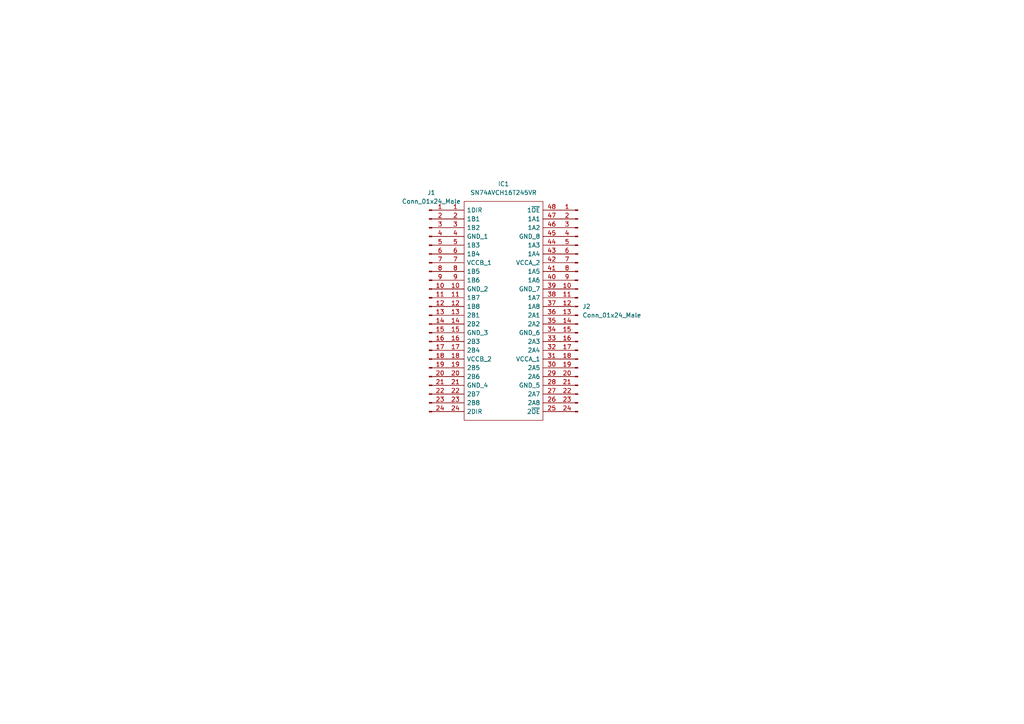
<source format=kicad_sch>
(kicad_sch (version 20211123) (generator eeschema)
  (paper "A4")
  (lib_symbols
    (symbol "Connector:Conn_01x24_Male" (pin_names (offset 1.016) hide)
      (property "Reference" "J" (at 0 30.48 0))
      (property "Value" "Conn_01x24_Male" (at 0 -33.02 0))
      (symbol "Conn_01x24_Male_1_1"
        (polyline (pts (xy 1.27 -30.48) (xy 0.8636 -30.48)) (stroke (width 0.1524)))
        (polyline (pts (xy 1.27 -27.94) (xy 0.8636 -27.94)) (stroke (width 0.1524)))
        (polyline (pts (xy 1.27 -25.4) (xy 0.8636 -25.4)) (stroke (width 0.1524)))
        (polyline (pts (xy 1.27 -22.86) (xy 0.8636 -22.86)) (stroke (width 0.1524)))
        (polyline (pts (xy 1.27 -20.32) (xy 0.8636 -20.32)) (stroke (width 0.1524)))
        (polyline (pts (xy 1.27 -17.78) (xy 0.8636 -17.78)) (stroke (width 0.1524)))
        (polyline (pts (xy 1.27 -15.24) (xy 0.8636 -15.24)) (stroke (width 0.1524)))
        (polyline (pts (xy 1.27 -12.7) (xy 0.8636 -12.7)) (stroke (width 0.1524)))
        (polyline (pts (xy 1.27 -10.16) (xy 0.8636 -10.16)) (stroke (width 0.1524)))
        (polyline (pts (xy 1.27 -7.62) (xy 0.8636 -7.62)) (stroke (width 0.1524)))
        (polyline (pts (xy 1.27 -5.08) (xy 0.8636 -5.08)) (stroke (width 0.1524)))
        (polyline (pts (xy 1.27 -2.54) (xy 0.8636 -2.54)) (stroke (width 0.1524)))
        (polyline (pts (xy 1.27 0) (xy 0.8636 0)) (stroke (width 0.1524)))
        (polyline (pts (xy 1.27 2.54) (xy 0.8636 2.54)) (stroke (width 0.1524)))
        (polyline (pts (xy 1.27 5.08) (xy 0.8636 5.08)) (stroke (width 0.1524)))
        (polyline (pts (xy 1.27 7.62) (xy 0.8636 7.62)) (stroke (width 0.1524)))
        (polyline (pts (xy 1.27 10.16) (xy 0.8636 10.16)) (stroke (width 0.1524)))
        (polyline (pts (xy 1.27 12.7) (xy 0.8636 12.7)) (stroke (width 0.1524)))
        (polyline (pts (xy 1.27 15.24) (xy 0.8636 15.24)) (stroke (width 0.1524)))
        (polyline (pts (xy 1.27 17.78) (xy 0.8636 17.78)) (stroke (width 0.1524)))
        (polyline (pts (xy 1.27 20.32) (xy 0.8636 20.32)) (stroke (width 0.1524)))
        (polyline (pts (xy 1.27 22.86) (xy 0.8636 22.86)) (stroke (width 0.1524)))
        (polyline (pts (xy 1.27 25.4) (xy 0.8636 25.4)) (stroke (width 0.1524)))
        (polyline (pts (xy 1.27 27.94) (xy 0.8636 27.94)) (stroke (width 0.1524)))
        (rectangle (start 0.8636 -30.353) (end 0 -30.607) (stroke (width 0.1524)) (fill (type outline)))
        (rectangle (start 0.8636 -27.813) (end 0 -28.067) (stroke (width 0.1524)) (fill (type outline)))
        (rectangle (start 0.8636 -25.273) (end 0 -25.527) (stroke (width 0.1524)) (fill (type outline)))
        (rectangle (start 0.8636 -22.733) (end 0 -22.987) (stroke (width 0.1524)) (fill (type outline)))
        (rectangle (start 0.8636 -20.193) (end 0 -20.447) (stroke (width 0.1524)) (fill (type outline)))
        (rectangle (start 0.8636 -17.653) (end 0 -17.907) (stroke (width 0.1524)) (fill (type outline)))
        (rectangle (start 0.8636 -15.113) (end 0 -15.367) (stroke (width 0.1524)) (fill (type outline)))
        (rectangle (start 0.8636 -12.573) (end 0 -12.827) (stroke (width 0.1524)) (fill (type outline)))
        (rectangle (start 0.8636 -10.033) (end 0 -10.287) (stroke (width 0.1524)) (fill (type outline)))
        (rectangle (start 0.8636 -7.493) (end 0 -7.747) (stroke (width 0.1524)) (fill (type outline)))
        (rectangle (start 0.8636 -4.953) (end 0 -5.207) (stroke (width 0.1524)) (fill (type outline)))
        (rectangle (start 0.8636 -2.413) (end 0 -2.667) (stroke (width 0.1524)) (fill (type outline)))
        (rectangle (start 0.8636 0.127) (end 0 -0.127) (stroke (width 0.1524)) (fill (type outline)))
        (rectangle (start 0.8636 2.667) (end 0 2.413) (stroke (width 0.1524)) (fill (type outline)))
        (rectangle (start 0.8636 5.207) (end 0 4.953) (stroke (width 0.1524)) (fill (type outline)))
        (rectangle (start 0.8636 7.747) (end 0 7.493) (stroke (width 0.1524)) (fill (type outline)))
        (rectangle (start 0.8636 10.287) (end 0 10.033) (stroke (width 0.1524)) (fill (type outline)))
        (rectangle (start 0.8636 12.827) (end 0 12.573) (stroke (width 0.1524)) (fill (type outline)))
        (rectangle (start 0.8636 15.367) (end 0 15.113) (stroke (width 0.1524)) (fill (type outline)))
        (rectangle (start 0.8636 17.907) (end 0 17.653) (stroke (width 0.1524)) (fill (type outline)))
        (rectangle (start 0.8636 20.447) (end 0 20.193) (stroke (width 0.1524)) (fill (type outline)))
        (rectangle (start 0.8636 22.987) (end 0 22.733) (stroke (width 0.1524)) (fill (type outline)))
        (rectangle (start 0.8636 25.527) (end 0 25.273) (stroke (width 0.1524)) (fill (type outline)))
        (rectangle (start 0.8636 28.067) (end 0 27.813) (stroke (width 0.1524)) (fill (type outline)))
        (pin passive line (at 5.08 27.94 180) (length 3.81) (name "Pin_1") (number "1"))
        (pin passive line (at 5.08 5.08 180) (length 3.81) (name "Pin_10") (number "10"))
        (pin passive line (at 5.08 2.54 180) (length 3.81) (name "Pin_11") (number "11"))
        (pin passive line (at 5.08 0 180) (length 3.81) (name "Pin_12") (number "12"))
        (pin passive line (at 5.08 -2.54 180) (length 3.81) (name "Pin_13") (number "13"))
        (pin passive line (at 5.08 -5.08 180) (length 3.81) (name "Pin_14") (number "14"))
        (pin passive line (at 5.08 -7.62 180) (length 3.81) (name "Pin_15") (number "15"))
        (pin passive line (at 5.08 -10.16 180) (length 3.81) (name "Pin_16") (number "16"))
        (pin passive line (at 5.08 -12.7 180) (length 3.81) (name "Pin_17") (number "17"))
        (pin passive line (at 5.08 -15.24 180) (length 3.81) (name "Pin_18") (number "18"))
        (pin passive line (at 5.08 -17.78 180) (length 3.81) (name "Pin_19") (number "19"))
        (pin passive line (at 5.08 25.4 180) (length 3.81) (name "Pin_2") (number "2"))
        (pin passive line (at 5.08 -20.32 180) (length 3.81) (name "Pin_20") (number "20"))
        (pin passive line (at 5.08 -22.86 180) (length 3.81) (name "Pin_21") (number "21"))
        (pin passive line (at 5.08 -25.4 180) (length 3.81) (name "Pin_22") (number "22"))
        (pin passive line (at 5.08 -27.94 180) (length 3.81) (name "Pin_23") (number "23"))
        (pin passive line (at 5.08 -30.48 180) (length 3.81) (name "Pin_24") (number "24"))
        (pin passive line (at 5.08 22.86 180) (length 3.81) (name "Pin_3") (number "3"))
        (pin passive line (at 5.08 20.32 180) (length 3.81) (name "Pin_4") (number "4"))
        (pin passive line (at 5.08 17.78 180) (length 3.81) (name "Pin_5") (number "5"))
        (pin passive line (at 5.08 15.24 180) (length 3.81) (name "Pin_6") (number "6"))
        (pin passive line (at 5.08 12.7 180) (length 3.81) (name "Pin_7") (number "7"))
        (pin passive line (at 5.08 10.16 180) (length 3.81) (name "Pin_8") (number "8"))
        (pin passive line (at 5.08 7.62 180) (length 3.81) (name "Pin_9") (number "9"))
      )
    )
    (symbol "level_shifter:SN74AVCH16T245VR" (pin_names (offset 0.762))
      (property "Reference" "IC" (at 29.21 7.62 0))
      (property "Value" "SN74AVCH16T245VR" (at 29.21 5.08 0))
      (symbol "SN74AVCH16T245VR_0_0"
        (pin passive line (at 0 0 0) (length 5.08) (name "1DIR") (number "1"))
        (pin passive line (at 0 -22.86 0) (length 5.08) (name "GND_2") (number "10"))
        (pin passive line (at 0 -25.4 0) (length 5.08) (name "1B7") (number "11"))
        (pin passive line (at 0 -27.94 0) (length 5.08) (name "1B8") (number "12"))
        (pin passive line (at 0 -30.48 0) (length 5.08) (name "2B1") (number "13"))
        (pin passive line (at 0 -33.02 0) (length 5.08) (name "2B2") (number "14"))
        (pin passive line (at 0 -35.56 0) (length 5.08) (name "GND_3") (number "15"))
        (pin passive line (at 0 -38.1 0) (length 5.08) (name "2B3") (number "16"))
        (pin passive line (at 0 -40.64 0) (length 5.08) (name "2B4") (number "17"))
        (pin passive line (at 0 -43.18 0) (length 5.08) (name "VCCB_2") (number "18"))
        (pin passive line (at 0 -45.72 0) (length 5.08) (name "2B5") (number "19"))
        (pin passive line (at 0 -2.54 0) (length 5.08) (name "1B1") (number "2"))
        (pin passive line (at 0 -48.26 0) (length 5.08) (name "2B6") (number "20"))
        (pin passive line (at 0 -50.8 0) (length 5.08) (name "GND_4") (number "21"))
        (pin passive line (at 0 -53.34 0) (length 5.08) (name "2B7") (number "22"))
        (pin passive line (at 0 -55.88 0) (length 5.08) (name "2B8") (number "23"))
        (pin passive line (at 0 -58.42 0) (length 5.08) (name "2DIR") (number "24"))
        (pin passive line (at 33.02 -58.42 180) (length 5.08) (name "2~{OE}") (number "25"))
        (pin passive line (at 33.02 -55.88 180) (length 5.08) (name "2A8") (number "26"))
        (pin passive line (at 33.02 -53.34 180) (length 5.08) (name "2A7") (number "27"))
        (pin passive line (at 33.02 -50.8 180) (length 5.08) (name "GND_5") (number "28"))
        (pin passive line (at 33.02 -48.26 180) (length 5.08) (name "2A6") (number "29"))
        (pin passive line (at 0 -5.08 0) (length 5.08) (name "1B2") (number "3"))
        (pin passive line (at 33.02 -45.72 180) (length 5.08) (name "2A5") (number "30"))
        (pin passive line (at 33.02 -43.18 180) (length 5.08) (name "VCCA_1") (number "31"))
        (pin passive line (at 33.02 -40.64 180) (length 5.08) (name "2A4") (number "32"))
        (pin passive line (at 33.02 -38.1 180) (length 5.08) (name "2A3") (number "33"))
        (pin passive line (at 33.02 -35.56 180) (length 5.08) (name "GND_6") (number "34"))
        (pin passive line (at 33.02 -33.02 180) (length 5.08) (name "2A2") (number "35"))
        (pin passive line (at 33.02 -30.48 180) (length 5.08) (name "2A1") (number "36"))
        (pin passive line (at 33.02 -27.94 180) (length 5.08) (name "1A8") (number "37"))
        (pin passive line (at 33.02 -25.4 180) (length 5.08) (name "1A7") (number "38"))
        (pin passive line (at 33.02 -22.86 180) (length 5.08) (name "GND_7") (number "39"))
        (pin passive line (at 0 -7.62 0) (length 5.08) (name "GND_1") (number "4"))
        (pin passive line (at 33.02 -20.32 180) (length 5.08) (name "1A6") (number "40"))
        (pin passive line (at 33.02 -17.78 180) (length 5.08) (name "1A5") (number "41"))
        (pin passive line (at 33.02 -15.24 180) (length 5.08) (name "VCCA_2") (number "42"))
        (pin passive line (at 33.02 -12.7 180) (length 5.08) (name "1A4") (number "43"))
        (pin passive line (at 33.02 -10.16 180) (length 5.08) (name "1A3") (number "44"))
        (pin passive line (at 33.02 -7.62 180) (length 5.08) (name "GND_8") (number "45"))
        (pin passive line (at 33.02 -5.08 180) (length 5.08) (name "1A2") (number "46"))
        (pin passive line (at 33.02 -2.54 180) (length 5.08) (name "1A1") (number "47"))
        (pin passive line (at 33.02 0 180) (length 5.08) (name "1~{OE}") (number "48"))
        (pin passive line (at 0 -10.16 0) (length 5.08) (name "1B3") (number "5"))
        (pin passive line (at 0 -12.7 0) (length 5.08) (name "1B4") (number "6"))
        (pin passive line (at 0 -15.24 0) (length 5.08) (name "VCCB_1") (number "7"))
        (pin passive line (at 0 -17.78 0) (length 5.08) (name "1B5") (number "8"))
        (pin passive line (at 0 -20.32 0) (length 5.08) (name "1B6") (number "9"))
      )
      (symbol "SN74AVCH16T245VR_0_1"
        (polyline (pts (xy 5.08 2.54) (xy 27.94 2.54) (xy 27.94 -60.96) (xy 5.08 -60.96) (xy 5.08 2.54)) (stroke (width 0.1524)))
      )
    )
  )
  (symbol (lib_id "Connector:Conn_01x24_Male") (at 167.64 88.9 0) (mirror y) (unit 1)
    (property "Reference" "J2" (at 168.91 88.8999 0) (effects (justify right)))
    (property "Value" "Conn_01x24_Male" (at 168.91 91.4399 0) (effects (justify right)))
    (property "Footprint" "Connector_PinHeader_2.54mm:PinHeader_1x24_P2.54mm_Vertical" (effects hide))
  )
  (symbol (lib_id "Connector:Conn_01x24_Male") (at 124.46 88.9 0) (unit 1)
    (property "Reference" "J1" (at 125.095 55.88 0))
    (property "Value" "Conn_01x24_Male" (at 125.095 58.42 0))
    (property "Footprint" "Connector_PinHeader_2.54mm:PinHeader_1x24_P2.54mm_Vertical" (effects hide))
  )
  (symbol (lib_id "level_shifter:SN74AVCH16T245VR") (at 129.54 60.96 0) (unit 1)
    (property "Reference" "IC1" (at 146.05 53.34 0))
    (property "Value" "SN74AVCH16T245VR" (at 146.05 55.88 0))
    (property "Footprint" "level_shifter:SOP40P640X120-48N" (effects hide))
    (property "Datasheet" "http://www.ti.com/lit/gpn/sn74avch16t245" (effects hide))
    (property "Description" "16-Bit Dual Supply Bus Transceiver with Configurable Voltage Translation and 3-State Outputs" (effects hide))
    (property "Height" "1.2" (effects hide))
    (property "Manufacturer_Name" "Texas Instruments" (effects hide))
    (property "Manufacturer_Part_Number" "SN74AVCH16T245VR" (effects hide))
    (property "Mouser Part Number" "595-SN74AVCH16T245VR" (effects hide))
    (property "Mouser Price/Stock" "https://www.mouser.co.uk/ProductDetail/Texas-Instruments/SN74AVCH16T245VR?qs=0kuPHEOuoRRfRRnce4pCgw%3D%3D" (effects hide))
    (property "Arrow Part Number" "SN74AVCH16T245VR" (effects hide))
    (property "Arrow Price/Stock" "https://www.arrow.com/en/products/sn74avch16t245vr/texas-instruments" (effects hide))
  )
)
</source>
